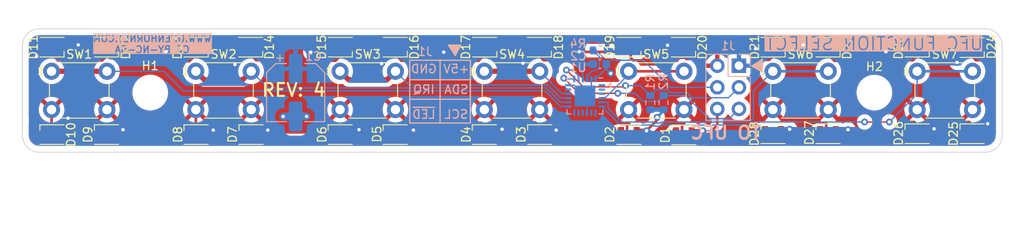
<source format=kicad_pcb>
(kicad_pcb (version 20221018) (generator pcbnew)
  (layers (0 "F.Cu" mixed) (31 "B.Cu" mixed) (34 "B.Paste" user) (35 "F.Paste" user) (36 "B.SilkS" user "B.Silkscreen") (37 "F.SilkS" user "F.Silkscreen") (38 "B.Mask" user) (39 "F.Mask" user) (44 "Edge.Cuts" user))
  (net 0 "")
  (net 1 "GND")
  (net 2 "+5V")
  (net 3 "SCL")
  (net 4 "SDA")
  (net 5 "/ILS_SW")
  (net 6 "/IFF_SW")
  (net 7 "/TCN_SW")
  (net 8 "/AP_SW")
  (net 9 "Net-(D1-DOUT)")
  (net 11 "/BCN_SW")
  (net 12 "/ON_SW")
  (net 13 "/DL_SW")
  (net 22 "BL DATA")
  (net 23 "Net-(D2-DOUT)")
  (net 24 "Net-(D3-DOUT)")
  (net 25 "Net-(D4-DOUT)")
  (net 26 "Net-(D5-DOUT)")
  (net 27 "Net-(D6-DOUT)")
  (net 28 "Net-(D7-DOUT)")
  (net 29 "/BL_DATA2")
  (net 30 "Net-(D10-DIN)")
  (net 31 "Net-(D10-DOUT)")
  (net 32 "Net-(D11-DOUT)")
  (net 33 "Net-(D12-DOUT)")
  (net 34 "Net-(D13-DOUT)")
  (net 35 "Net-(D14-DOUT)")
  (net 36 "Net-(D15-DOUT)")
  (net 37 "/BL_DATA3")
  (net 38 "Net-(D17-DOUT)")
  (net 39 "Net-(D18-DOUT)")
  (net 40 "Net-(D19-DOUT)")
  (net 41 "Net-(D20-DOUT)")
  (net 42 "Net-(D21-DOUT)")
  (net 43 "Net-(D22-DOUT)")
  (net 44 "Net-(D23-DOUT)")
  (net 45 "/BL_DATA4")
  (net 46 "Net-(D25-DOUT)")
  (net 47 "Net-(D26-DOUT)")
  (net 48 "Net-(D27-DOUT)")
  (net 50 "KB_IRQ")
  (footprint "OH_Footprints:MountingHole_3.2mm_M3_DIN965" (layer "F.Cu") (at 191.005498 90.721398)
    (fp_text reference "H2")
    (fp_text value "~" hide)
  )
  (footprint "OH_Footprints:MountingHole_3.2mm_M3_DIN965" (layer "F.Cu") (at 106.005498 90.721398)
    (fp_text reference "H1")
    (fp_text value "~" hide)
  )
  (footprint "OH_Footprints:LED_WS2812B-2020_PLCC4_2.0x2.0mm" (layer "F.Cu") (at 196.023098 85.387398 180)
    (fp_text reference "D23")
    (fp_text value "WS2812B-2020")
  )
  (footprint "OH_Footprints:LED_WS2812B-2020_PLCC4_2.0x2.0mm" (layer "F.Cu") (at 145.223098 95.648998)
    (fp_text reference "D4")
    (fp_text value "WS2812B-2020")
  )
  (footprint "OH_Footprints:LED_WS2812B-2020_PLCC4_2.0x2.0mm" (layer "F.Cu") (at 151.725498 95.648998)
    (fp_text reference "D3")
    (fp_text value "WS2812B-2020")
  )
  (footprint "OH_Footprints:LED_WS2812B-2020_PLCC4_2.0x2.0mm" (layer "F.Cu") (at 185.558298 95.547398)
    (fp_text reference "D27")
    (fp_text value "WS2812B-2020")
  )
  (footprint "OH_Footprints:LED_WS2812B-2020_PLCC4_2.0x2.0mm" (layer "F.Cu") (at 168.641298 95.690998)
    (fp_text reference "D1")
    (fp_text value "WS2812B-2020")
  )
  (footprint "OH_Footprints:LED_WS2812B-2020_PLCC4_2.0x2.0mm" (layer "F.Cu") (at 196.023098 95.547398)
    (fp_text reference "D26")
    (fp_text value "WS2812B-2020")
  )
  (footprint "OH_Footprints:LED_WS2812B-2020_PLCC4_2.0x2.0mm" (layer "F.Cu") (at 128.306698 85.387398 180)
    (fp_text reference "D15")
    (fp_text value "WS2812B-2020")
  )
  (footprint "OH_Footprints:Omron_B3F-1026" (layer "F.Cu") (at 196.022998 88.216998)
    (fp_text reference "SW7")
    (fp_text value "B3F-1026")
  )
  (footprint "OH_Footprints:LED_WS2812B-2020_PLCC4_2.0x2.0mm" (layer "F.Cu") (at 168.591098 85.387398 180)
    (fp_text reference "D20")
    (fp_text value "WS2812B-2020")
  )
  (footprint "OH_Footprints:LED_WS2812B-2020_PLCC4_2.0x2.0mm" (layer "F.Cu") (at 111.390298 85.387398 180)
    (fp_text reference "D13")
    (fp_text value "WS2812B-2020")
  )
  (footprint "OH_Footprints:Omron_B3F-1026" (layer "F.Cu") (at 145.222998 88.216998)
    (fp_text reference "SW4")
    (fp_text value "B3F-1026")
  )
  (footprint "OH_Footprints:Omron_B3F-1026" (layer "F.Cu") (at 128.2897 88.217)
    (fp_text reference "SW3")
    (fp_text value "B3F-1026")
  )
  (footprint "OH_Footprints:LED_WS2812B-2020_PLCC4_2.0x2.0mm" (layer "F.Cu") (at 94.473898 95.648998)
    (fp_text reference "D10")
    (fp_text value "WS2812B-2020")
  )
  (footprint "OH_Footprints:Omron_B3F-1026" (layer "F.Cu") (at 111.356331 88.216998)
    (fp_text reference "SW2")
    (fp_text value "B3F-1026")
  )
  (footprint "OH_Footprints:LED_WS2812B-2020_PLCC4_2.0x2.0mm" (layer "F.Cu") (at 202.474698 95.547398)
    (fp_text reference "D25")
    (fp_text value "WS2812B-2020")
  )
  (footprint "OH_Footprints:LED_WS2812B-2020_PLCC4_2.0x2.0mm" (layer "F.Cu") (at 117.841898 95.648998)
    (fp_text reference "D7")
    (fp_text value "WS2812B-2020")
  )
  (footprint "OH_Footprints:LED_WS2812B-2020_PLCC4_2.0x2.0mm" (layer "F.Cu") (at 162.190298 95.648998)
    (fp_text reference "D2")
    (fp_text value "WS2812B-2020")
  )
  (footprint "OH_Footprints:LED_WS2812B-2020_PLCC4_2.0x2.0mm" (layer "F.Cu") (at 202.474698 85.438198 180)
    (fp_text reference "D24")
    (fp_text value "WS2812B-2020")
  )
  (footprint "OH_Footprints:LED_WS2812B-2020_PLCC4_2.0x2.0mm" (layer "F.Cu") (at 128.306698 95.648998)
    (fp_text reference "D6")
    (fp_text value "WS2812B-2020")
  )
  (footprint "OH_Footprints:LED_WS2812B-2020_PLCC4_2.0x2.0mm" (layer "F.Cu") (at 134.758298 85.387398 180)
    (fp_text reference "D16")
    (fp_text value "WS2812B-2020")
  )
  (footprint "OH_Footprints:LED_WS2812B-2020_PLCC4_2.0x2.0mm" (layer "F.Cu") (at 162.190298 85.387398 180)
    (fp_text reference "D19")
    (fp_text value "WS2812B-2020")
  )
  (footprint "OH_Footprints:Omron_B3F-1026" (layer "F.Cu") (at 94.422998 88.216998)
    (fp_text reference "SW1")
    (fp_text value "B3F-1026")
  )
  (footprint "OH_Footprints:LED_WS2812B-2020_PLCC4_2.0x2.0mm" (layer "F.Cu") (at 94.473898 85.387398 180)
    (fp_text reference "D11")
    (fp_text value "WS2812B-2020")
  )
  (footprint "OH_Footprints:Omron_B3F-1026" (layer "F.Cu") (at 179.089665 88.216998)
    (fp_text reference "SW6")
    (fp_text value "B3F-1026")
  )
  (footprint "OH_Footprints:LED_WS2812B-2020_PLCC4_2.0x2.0mm" (layer "F.Cu") (at 134.758298 95.648998)
    (fp_text reference "D5")
    (fp_text value "WS2812B-2020")
  )
  (footprint "OH_Footprints:LED_WS2812B-2020_PLCC4_2.0x2.0mm" (layer "F.Cu") (at 179.106698 85.387398 180)
    (fp_text reference "D21")
    (fp_text value "WS2812B-2020")
  )
  (footprint "OH_Footprints:LED_WS2812B-2020_PLCC4_2.0x2.0mm" (layer "F.Cu") (at 100.874698 95.648998)
    (fp_text reference "D9")
    (fp_text value "WS2812B-2020")
  )
  (footprint "OH_Footprints:LED_WS2812B-2020_PLCC4_2.0x2.0mm" (layer "F.Cu") (at 111.390298 95.648998)
    (fp_text reference "D8")
    (fp_text value "WS2812B-2020")
  )
  (footprint "OH_Footprints:Omron_B3F-1026" (layer "F.Cu") (at 162.156331 88.216998)
    (fp_text reference "SW5")
    (fp_text value "B3F-1026")
  )
  (footprint "OH_Footprints:LED_WS2812B-2020_PLCC4_2.0x2.0mm" (layer "F.Cu") (at 117.791098 85.387398 180)
    (fp_text reference "D14")
    (fp_text value "WS2812B-2020")
  )
  (footprint "OH_Footprints:LED_WS2812B-2020_PLCC4_2.0x2.0mm" (layer "F.Cu") (at 185.558298 85.387398 180)
    (fp_text reference "D22")
    (fp_text value "WS2812B-2020")
  )
  (footprint "OH_Footprints:LED_WS2812B-2020_PLCC4_2.0x2.0mm" (layer "F.Cu") (at 100.874698 85.387398 180)
    (fp_text reference "D12")
    (fp_text value "WS2812B-2020")
  )
  (footprint "OH_Footprints:LED_WS2812B-2020_PLCC4_2.0x2.0mm" (layer "F.Cu") (at 179.106698 95.547398)
    (fp_text reference "D28")
    (fp_text value "WS2812B-2020")
  )
  (footprint "OH_Footprints:LED_WS2812B-2020_PLCC4_2.0x2.0mm" (layer "F.Cu") (at 145.273898 85.387398 180)
    (fp_text reference "D17")
    (fp_text value "WS2812B-2020")
  )
  (footprint "OH_Footprints:LED_WS2812B-2020_PLCC4_2.0x2.0mm" (layer "F.Cu") (at 151.674698 85.387398 180)
    (fp_text reference "D18")
    (fp_text value "WS2812B-2020")
  )
  (footprint "Connector_PinHeader_2.54mm:PinHeader_2x03_P2.54mm_Vertical" (layer "B.Cu") (at 175.105498 87.561398 180)
    (fp_text reference "J1")
    (fp_text value "TO UFC")
  )
  (footprint "Package_DFN_QFN:VQFN-24-1EP_4x4mm_P0.5mm_EP2.45x2.45mm" (layer "B.Cu") (at 157.030258 91.110638 180)
    (fp_text reference "U1")
    (fp_text value "PCA9555RGER")
  )
  (footprint "Capacitor_SMD:CP_Elec_6.3x5.4" (layer "B.Cu") (at 123.074298 90.721398 -90)
    (fp_text reference "C1")
    (fp_text value "100uF")
  )
  (footprint "Resistor_SMD:R_0603_1608Metric" (layer "B.Cu") (at 164.705498 91.896398 90)
    (fp_text reference "R1")
    (fp_text value "4.7k")
  )
  (footprint "Resistor_SMD:R_0603_1608Metric" (layer "B.Cu") (at 166.255498 91.896398 -90)
    (fp_text reference "R2")
    (fp_text value "4.7k")
  )
  (footprint "Capacitor_SMD:C_0603_1608Metric" (layer "B.Cu") (at 158.780498 87.371398 180)
    (fp_text reference "C2")
    (fp_text value ".1uF")
  )
  (footprint "Resistor_SMD:R_0603_1608Metric" (layer "B.Cu") (at 158.805498 85.771398)
    (fp_text reference "R4")
    (fp_text value "10K")
  )
  (gr_line (start 143.583498 91.498398) (end 143.583498 89.212398) (stroke (width 0.15)) (layer "B.SilkS"))
  (gr_poly (pts (xy 177.869187 88.318217) (xy 176.569187 87.618217) (xy 177.869187 86.768217)) (stroke (width 0.1)) (fill solid) (layer "B.SilkS"))
  (gr_line (start 140.027498 86.926398) (end 140.027498 94.292398) (stroke (width 0.15)) (layer "B.SilkS"))
  (gr_poly (pts (xy 159.805498 89.821398) (xy 160.105498 89.521398) (xy 160.105498 90.121398)) (stroke (width 0.1)) (fill solid) (layer "B.SilkS"))
  (gr_line (start 143.583498 89.212398) (end 136.471498 89.212398) (stroke (width 0.15)) (layer "B.SilkS"))
  (gr_line (start 136.471498 91.498398) (end 143.583498 91.498398) (stroke (width 0.15)) (layer "B.SilkS"))
  (gr_poly (pts (xy 142.505498 85.118398) (xy 141.805498 86.418398) (xy 140.955498 85.118398)) (stroke (width 0.1)) (fill solid) (layer "B.SilkS"))
  (gr_rect (start 136.471498 86.926398) (end 143.583498 94.292398) (stroke (width 0.15)) (fill none) (layer "B.SilkS"))
  (gr_line (start 91.005498 95.721398) (end 91.005498 85.221398) (stroke (width 0.1)) (layer "Edge.Cuts"))
  (gr_arc (start 91.005498 85.221398) (mid 91.591284 83.807184) (end 93.005498 83.221398) (stroke (width 0.1)) (layer "Edge.Cuts"))
  (gr_arc (start 206.005498 95.721398) (mid 205.419712 97.135612) (end 204.005498 97.721398) (stroke (width 0.1)) (layer "Edge.Cuts"))
  (gr_line (start 93.005498 83.221398) (end 204.005498 83.221398) (stroke (width 0.1)) (layer "Edge.Cuts"))
  (gr_line (start 204.005498 97.721398) (end 93.005498 97.721398) (stroke (width 0.1)) (layer "Edge.Cuts"))
  (gr_arc (start 93.005498 97.721398) (mid 91.591284 97.135612) (end 91.005498 95.721398) (stroke (width 0.1)) (layer "Edge.Cuts"))
  (gr_line (start 206.005498 85.221398) (end 206.005498 95.721398) (stroke (width 0.1)) (layer "Edge.Cuts"))
  (gr_arc (start 204.005498 83.221398) (mid 205.419712 83.807184) (end 206.005498 85.221398) (stroke (width 0.1)) (layer "Edge.Cuts"))
  (gr_text "WWW.OPENHORNET.COM\nCC BY-NC-SA" (at 106.245498 85.021398) (layer "B.SilkS" knockout) (effects (font (size 0.8 0.8)) (justify mirror)))
  (gr_text "SCL" (at 141.932498 93.272398) (layer "B.SilkS") (effects (font (size 1 1)) (justify mirror)))
  (gr_text "~{LED}" (at 138.122498 93.272398) (layer "B.SilkS") (effects (font (size 1 1)) (justify mirror)))
  (gr_text "J1" (at 138.249498 85.910398) (layer "B.SilkS") (effects (font (size 1 1)) (justify mirror)))
  (gr_text "+5V" (at 141.932498 87.942398) (layer "B.SilkS") (effects (font (size 1 1)) (justify mirror)))
  (gr_text "GND" (at 138.122498 87.942398) (layer "B.SilkS") (effects (font (size 1 1)) (justify mirror)))
  (gr_text "UFC FUNCTION SELECT" (at 190.992164 84.975398) (layer "B.SilkS" knockout) (effects (font (size 1.5 1.5)) (justify mirror)))
  (gr_text "SDA" (at 141.932498 90.362398) (layer "B.SilkS") (effects (font (size 1 1)) (justify mirror)))
  (gr_text "IRQ" (at 138.122498 90.362398) (layer "B.SilkS") (effects (font (size 1 1)) (justify mirror)))
  (gr_text "REV: 4" (at 122.855498 90.421398) (layer "F.SilkS") (effects (font (size 1.5 1.5) (thickness 0.25) bold)))
  (segment (start 185.770898 84.884998) (end 185.770898 86.436798) (width 0.3048) (layer "F.Cu") (net 1))
  (segment (start 195.810498 95.699798) (end 195.810498 94.294998) (width 0.3048) (layer "F.Cu") (net 1))
  (segment (start 202.687298 84.935798) (end 202.687298 86.690598) (width 0.3048) (layer "F.Cu") (net 1))
  (segment (start 145.061298 85.660198) (end 145.061298 86.465598) (width 0.3048) (layer "F.Cu") (net 1))
  (segment (start 168.155498 86.621398) (end 167.805498 86.971398) (width 0.3048) (layer "F.Cu") (net 1))
  (segment (start 168.428698 94.438598) (end 168.311498 94.321398) (width 0.3048) (layer "F.Cu") (net 1))
  (segment (start 94.213698 96.198998) (end 94.422998 95.989698) (width 0.3048) (layer "F.Cu") (net 1))
  (segment (start 185.298098 96.097398) (end 185.345698 96.049798) (width 0.3048) (layer "F.Cu") (net 1))
  (segment (start 178.662498 86.871398) (end 177.055498 86.871398) (width 0.3048) (layer "F.Cu") (net 1))
  (segment (start 169.506098 84.837398) (end 168.851298 84.837398) (width 0.3048) (layer "F.Cu") (net 1))
  (segment (start 167.726298 96.240998) (end 168.381098 96.240998) (width 0.3048) (layer "F.Cu") (net 1))
  (segment (start 151.887298 84.884998) (end 151.887298 86.621398) (width 0.3048) (layer "F.Cu") (net 1))
  (segment (start 184.643298 96.097398) (end 185.298098 96.097398) (width 0.3048) (layer "F.Cu") (net 1))
  (segment (start 162.402898 86.639798) (end 162.684498 86.921398) (width 0.3048) (layer "F.Cu") (net 1))
  (segment (start 150.810498 96.198998) (end 151.465298 96.198998) (width 0.3048) (layer "F.Cu") (net 1))
  (segment (start 168.803698 86.621398) (end 168.155498 86.621398) (width 0.3048) (layer "F.Cu") (net 1))
  (segment (start 167.805498 86.971398) (end 166.705498 86.971398) (width 0.3048) (layer "F.Cu") (net 1))
  (segment (start 95.185098 86.936798) (end 100.365098 86.936798) (width 0.3048) (layer "F.Cu") (net 1))
  (segment (start 144.555498 86.971398) (end 143.205498 86.971398) (width 0.3048) (layer "F.Cu") (net 1))
  (segment (start 163.105298 84.837398) (end 162.450498 84.837398) (width 0.3048) (layer "F.Cu") (net 1))
  (segment (start 117.629298 95.801398) (end 117.629298 94.396598) (width 0.3048) (layer "F.Cu") (net 1))
  (segment (start 151.205498 94.221398) (end 149.755498 94.221398) (width 0.3048) (layer "F.Cu") (net 1))
  (segment (start 145.884098 84.837398) (end 145.061298 85.660198) (width 0.3048) (layer "F.Cu") (net 1))
  (segment (start 162.684498 86.921398) (end 163.655498 86.921398) (width 0.3048) (layer "F.Cu") (net 1))
  (segment (start 177.055498 86.871398) (end 176.055498 85.871398) (width 0.3048) (layer "F.Cu") (net 1))
  (segment (start 99.959698 96.198998) (end 100.614498 96.198998) (width 0.3048) (layer "F.Cu") (net 1))
  (segment (start 202.214498 96.097398) (end 202.262098 96.049798) (width 0.3048) (layer "F.Cu") (net 1))
  (segment (start 100.662098 94.396598) (end 99.130298 94.396598) (width 0.3048) (layer "F.Cu") (net 1))
  (segment (start 111.130098 96.198998) (end 111.356331 95.972765) (width 0.3048) (layer "F.Cu") (net 1))
  (segment (start 116.926898 96.198998) (end 117.231698 96.198998) (width 0.3048) (layer "F.Cu") (net 1))
  (segment (start 115.905498 94.371398) (end 115.805498 94.471398) (width 0.3048) (layer "F.Cu") (net 1))
  (segment (start 118.455498 86.921398) (end 119.705498 86.921398) (width 0.3048) (layer "F.Cu") (net 1))
  (segment (start 117.629298 94.396598) (end 117.604098 94.371398) (width 0.3048) (layer "F.Cu") (net 1))
  (segment (start 146.188898 84.837398) (end 145.884098 84.837398) (width 0.3048) (layer "F.Cu") (net 1))
  (segment (start 129.221698 84.837398) (end 128.566898 84.837398) (width 0.3048) (layer "F.Cu") (net 1))
  (segment (start 202.262098 96.049798) (end 202.262098 94.294998) (width 0.3048) (layer "F.Cu") (net 1))
  (segment (start 151.887298 86.621398) (end 152.187298 86.921398) (width 0.3048) (layer "F.Cu") (net 1))
  (segment (start 185.345698 96.049798) (end 185.345698 94.294998) (width 0.3048) (layer "F.Cu") (net 1))
  (segment (start 94.422998 95.989698) (end 94.422998 92.716998) (width 0.3048) (layer "F.Cu") (net 1))
  (segment (start 110.475298 96.198998) (end 111.130098 96.198998) (width 0.3048) (layer "F.Cu") (net 1))
  (segment (start 101.789698 84.837398) (end 101.484898 84.837398) (width 0.3048) (layer "F.Cu") (net 1))
  (segment (start 135.673298 84.837398) (end 135.018498 84.837398) (width 0.3048) (layer "F.Cu") (net 1))
  (segment (start 195.528898 86.921398) (end 194.405498 86.921398) (width 0.3048) (layer "F.Cu") (net 1))
  (segment (start 128.094098 85.310198) (end 128.094098 86.639798) (width 0.3048) (layer "F.Cu") (net 1))
  (segment (start 144.612898 96.198998) (end 145.055498 95.756398) (width 0.3048) (layer "F.Cu") (net 1))
  (segment (start 134.970898 84.884998) (end 134.970898 86.436798) (width 0.3048) (layer "F.Cu") (net 1))
  (segment (start 118.051298 84.837398) (end 118.003698 84.884998) (width 0.3048) (layer "F.Cu") (net 1))
  (segment (start 186.473298 84.837398) (end 185.818498 84.837398) (width 0.3048) (layer "F.Cu") (net 1))
  (segment (start 202.262098 94.294998) (end 202.138498 94.171398) (width 0.3048) (layer "F.Cu") (net 1))
  (segment (start 168.935298 86.771398) (end 170.505498 86.771398) (width 0.3048) (layer "F.Cu") (net 1))
  (segment (start 100.614498 96.198998) (end 100.662098 96.151398) (width 0.3048) (layer "F.Cu") (net 1))
  (segment (start 195.412898 96.097398) (end 195.810498 95.699798) (width 0.3048) (layer "F.Cu") (net 1))
  (segment (start 185.322098 94.271398) (end 183.455498 94.271398) (width 0.3048) (layer "F.Cu") (net 1))
  (segment (start 145.055498 95.756398) (end 145.055498 94.441598) (width 0.3048) (layer "F.Cu") (net 1))
  (segment (start 195.686898 94.171398) (end 194.055498 94.171398) (width 0.3048) (layer "F.Cu") (net 1))
  (segment (start 118.003698 84.884998) (end 118.003698 86.469598) (width 0.3048) (layer "F.Cu") (net 1))
  (segment (start 134.520498 94.371398) (end 132.655498 94.371398) (width 0.3048) (layer "F.Cu") (net 1))
  (segment (start 101.087298 85.234998) (end 101.087298 86.438198) (width 0.3048) (layer "F.Cu") (net 1))
  (segment (start 127.391698 96.198998) (end 128.046498 96.198998) (width 0.3048) (layer "F.Cu") (net 1))
  (segment (start 151.934898 84.837398) (end 151.887298 84.884998) (width 0.3048) (layer "F.Cu") (net 1))
  (segment (start 145.055498 94.441598) (end 144.885298 94.271398) (width 0.3048) (layer "F.Cu") (net 1))
  (segment (start 168.428698 96.193398) (end 168.428698 94.438598) (width 0.3048) (layer "F.Cu") (net 1))
  (segment (start 111.177698 86.449198) (end 110.605498 87.021398) (width 0.3048) (layer "F.Cu") (net 1))
  (segment (start 162.450498 84.837398) (end 162.402898 84.884998) (width 0.3048) (layer "F.Cu") (net 1))
  (segment (start 94.346898 86.098598) (end 95.185098 86.936798) (width 0.3048) (layer "F.Cu") (net 1))
  (segment (start 162.402898 84.884998) (end 162.402898 86.639798) (width 0.3048) (layer "F.Cu") (net 1))
  (segment (start 195.810498 86.639798) (end 195.528898 86.921398) (width 0.3048) (layer "F.Cu") (net 1))
  (segment (start 176.055498 85.871398) (end 174.705498 85.871398) (width 0.3048) (layer "F.Cu") (net 1))
  (segment (start 201.605498 94.171398) (end 201.305498 93.871398) (width 0.3048) (layer "F.Cu") (net 1))
  (segment (start 135.018498 84.837398) (end 134.970898 84.884998) (width 0.3048) (layer "F.Cu") (net 1))
  (segment (start 128.566898 84.837398) (end 128.094098 85.310198) (width 0.3048) (layer "F.Cu") (net 1))
  (segment (start 100.863698 86.438198) (end 101.087298 86.438198) (width 0.3048) (layer "F.Cu") (net 1))
  (segment (start 168.311498 94.321398) (end 167.141098 94.321398) (width 0.3048) (layer "F.Cu") (net 1))
  (segment (start 118.003698 86.469598) (end 118.455498 86.921398) (width 0.3048) (layer "F.Cu") (net 1))
  (segment (start 134.545698 95.801398) (end 134.545698 94.396598) (width 0.3048) (layer "F.Cu") (net 1))
  (segment (start 100.662098 96.151398) (end 100.662098 94.396598) (width 0.3048) (layer "F.Cu") (net 1))
  (segment (start 134.545698 94.396598) (end 134.520498 94.371398) (width 0.3048) (layer "F.Cu") (net 1))
  (segment (start 202.687298 86.690598) (end 202.918098 86.921398) (width 0.3048) (layer "F.Cu") (net 1))
  (segment (start 133.843298 96.198998) (end 134.148098 96.198998) (width 0.3048) (layer "F.Cu") (net 1))
  (segment (start 145.061298 86.465598) (end 144.555498 86.971398) (width 0.3048) (layer "F.Cu") (net 1))
  (segment (start 101.484898 84.837398) (end 101.087298 85.234998) (width 0.3048) (layer "F.Cu") (net 1))
  (segment (start 134.148098 96.198998) (end 134.545698 95.801398) (width 0.3048) (layer "F.Cu") (net 1))
  (segment (start 112.305298 84.837398) (end 111.650498 84.837398) (width 0.3048) (layer "F.Cu") (net 1))
  (segment (start 94.346898 85.224598) (end 94.346898 86.098598) (width 0.3048) (layer "F.Cu") (net 1))
  (segment (start 168.381098 96.240998) (end 168.428698 96.193398) (width 0.3048) (layer "F.Cu") (net 1))
  (segment (start 111.356331 95.972765) (end 111.356331 92.716998) (width 0.3048) (layer "F.Cu") (net 1))
  (segment (start 111.650498 84.837398) (end 111.177698 85.310198) (width 0.3048) (layer "F.Cu") (net 1))
  (segment (start 195.810498 85.310198) (end 195.810498 86.639798) (width 0.3048) (layer "F.Cu") (net 1))
  (segment (start 151.512898 94.528798) (end 151.205498 94.221398) (width 0.3048) (layer "F.Cu") (net 1))
  (segment (start 201.559698 96.097398) (end 202.214498 96.097398) (width 0.3048) (layer "F.Cu") (net 1))
  (segment (start 128.094098 94.396598) (end 128.068898 94.371398) (width 0.3048) (layer "F.Cu") (net 1))
  (segment (start 94.734098 84.837398) (end 94.346898 85.224598) (width 0.3048) (layer "F.Cu") (net 1))
  (segment (start 161.275298 96.198998) (end 161.930098 96.198998) (width 0.3048) (layer "F.Cu") (net 1))
  (segment (start 161.977698 94.396598) (end 161.952498 94.371398) (width 0.3048) (layer "F.Cu") (net 1))
  (segment (start 117.604098 94.371398) (end 115.905498 94.371398) (width 0.3048) (layer "F.Cu") (net 1))
  (segment (start 202.138498 94.171398) (end 201.605498 94.171398) (width 0.3048) (layer "F.Cu") (net 1))
  (segment (start 128.046498 96.198998) (end 128.094098 96.151398) (width 0.3048) (layer "F.Cu") (net 1))
  (segment (start 202.734898 84.888198) (end 202.687298 84.935798) (width 0.3048) (layer "F.Cu") (net 1))
  (segment (start 178.894098 85.660198) (end 178.894098 86.639798) (width 0.3048) (layer "F.Cu") (net 1))
  (segment (start 101.087298 86.438198) (end 101.331898 86.682798) (width 0.3048) (layer "F.Cu") (net 1))
  (segment (start 127.762498 86.971398) (end 126.655498 86.971398) (width 0.3048) (layer "F.Cu") (net 1))
  (segment (start 168.851298 84.837398) (end 168.803698 84.884998) (width 0.3048) (layer "F.Cu") (net 1))
  (segment (start 99.130298 94.396598) (end 98.955498 94.571398) (width 0.3048) (layer "F.Cu") (net 1))
  (segment (start 178.894098 86.639798) (end 178.662498 86.871398) (width 0.3048) (layer "F.Cu") (net 1))
  (segment (start 196.938098 84.837398) (end 196.283298 84.837398) (width 0.3048) (layer "F.Cu") (net 1))
  (segment (start 195.810498 94.294998) (end 195.686898 94.171398) (width 0.3048) (layer "F.Cu") (net 1))
  (segment (start 118.706098 84.837398) (end 118.051298 84.837398) (width 0.3048) (layer "F.Cu") (net 1))
  (segment (start 168.803698 84.884998) (end 168.803698 86.621398) (width 0.3048) (layer "F.Cu") (net 1))
  (segment (start 128.094098 96.151398) (end 128.094098 94.396598) (width 0.3048) (layer "F.Cu") (net 1))
  (segment (start 144.885298 94.271398) (end 142.805498 94.271398) (width 0.3048) (layer "F.Cu") (net 1))
  (segment (start 168.803698 86.639798) (end 168.935298 86.771398) (width 0.3048) (layer "F.Cu") (net 1))
  (segment (start 161.977698 96.151398) (end 161.977698 94.396598) (width 0.3048) (layer "F.Cu") (net 1))
  (segment (start 110.605498 87.021398) (end 109.605498 87.021398) (width 0.3048) (layer "F.Cu") (net 1))
  (segment (start 167.141098 94.321398) (end 167.041098 94.421398) (width 0.3048) (layer "F.Cu") (net 1))
  (segment (start 179.716898 84.837398) (end 178.894098 85.660198) (width 0.3048) (layer "F.Cu") (net 1))
  (segment (start 100.365098 86.936798) (end 100.863698 86.438198) (width 0.3048) (layer "F.Cu") (net 1))
  (segment (start 185.818498 84.837398) (end 185.770898 84.884998) (width 0.3048) (layer "F.Cu") (net 1))
  (segment (start 151.512898 96.151398) (end 151.512898 94.528798) (width 0.3048) (layer "F.Cu") (net 1))
  (segment (start 128.094098 86.639798) (end 127.762498 86.971398) (width 0.3048) (layer "F.Cu") (net 1))
  (segment (start 161.952498 94.371398) (end 160.205498 94.371398) (width 0.3048) (layer "F.Cu") (net 1))
  (segment (start 144.308098 96.198998) (end 144.612898 96.198998) (width 0.3048) (layer "F.Cu") (net 1))
  (segment (start 196.283298 84.837398) (end 195.810498 85.310198) (width 0.3048) (layer "F.Cu") (net 1))
  (segment (start 202.918098 86.921398) (end 204.105498 86.921398) (width 0.3048) (layer "F.Cu") (net 1))
  (segment (start 93.558898 96.198998) (end 94.213698 96.198998) (width 0.3048) (layer "F.Cu") (net 1))
  (segment (start 128.068898 94.371398) (end 126.255498 94.371398) (width 0.3048) (layer "F.Cu") (net 1))
  (segment (start 204.105498 86.921398) (end 204.255498 87.071398) (width 0.3048) (layer "F.Cu") (net 1))
  (segment (start 195.108098 96.097398) (end 195.412898 96.097398) (width 0.3048) (layer "F.Cu") (net 1))
  (segment (start 111.177698 85.310198) (end 111.177698 86.449198) (width 0.3048) (layer "F.Cu") (net 1))
  (segment (start 117.231698 96.198998) (end 117.629298 95.801398) (width 0.3048) (layer "F.Cu") (net 1))
  (segment (start 161.930098 96.198998) (end 161.977698 96.151398) (width 0.3048) (layer "F.Cu") (net 1))
  (segment (start 135.505498 86.971398) (end 136.705498 86.971398) (width 0.3048) (layer "F.Cu") (net 1))
  (segment (start 185.770898 86.436798) (end 186.305498 86.971398) (width 0.3048) (layer "F.Cu") (net 1))
  (segment (start 151.465298 96.198998) (end 151.512898 96.151398) (width 0.3048) (layer "F.Cu") (net 1))
  (segment (start 134.970898 86.436798) (end 135.505498 86.971398) (width 0.3048) (layer "F.Cu") (net 1))
  (segment (start 95.388898 84.837398) (end 94.734098 84.837398) (width 0.3048) (layer "F.Cu") (net 1))
  (segment (start 168.803698 86.621398) (end 168.803698 86.639798) (width 0.3048) (layer "F.Cu") (net 1))
  (segment (start 185.345698 94.294998) (end 185.322098 94.271398) (width 0.3048) (layer "F.Cu") (net 1))
  (segment (start 152.187298 86.921398) (end 153.455498 86.921398) (width 0.3048) (layer "F.Cu") (net 1))
  (segment (start 152.589698 84.837398) (end 151.934898 84.837398) (width 0.3048) (layer "F.Cu") (net 1))
  (segment (start 180.021698 84.837398) (end 179.716898 84.837398) (width 0.3048) (layer "F.Cu") (net 1))
  (segment (start 101.331898 86.682798) (end 103.363898 86.682798) (width 0.3048) (layer "F.Cu") (net 1))
  (segment (start 186.305498 86.971398) (end 187.055498 86.971398) (width 0.3048) (layer "F.Cu") (net 1))
  (segment (start 203.389698 84.888198) (end 202.734898 84.888198) (width 0.3048) (layer "F.Cu") (net 1))
  (via (at 124.355498 93.521398) (size 0.8) (drill 0.4) (layers "F.Cu" "B.Cu") (net 1))
  (via (at 121.605498 93.521398) (size 0.8) (drill 0.4) (layers "F.Cu" "B.Cu") (net 1))
  (via (at 160.055498 88.471398) (size 0.8) (drill 0.4) (layers "F.Cu" "B.Cu") (net 1))
  (segment (start 157.280258 93.098138) (end 157.280258 91.360638) (width 0.1524) (layer "B.Cu") (net 1))
  (segment (start 159.555498 87.847898) (end 159.555498 87.371398) (width 0.1524) (layer "B.Cu") (net 1))
  (segment (start 158.280258 89.123138) (end 157.780258 89.123138) (width 0.1524) (layer "B.Cu") (net 1))
  (segment (start 157.780258 89.123138) (end 157.780258 90.360638) (width 0.1524) (layer "B.Cu") (net 1))
  (segment (start 123.074298 93.521398) (end 121.605498 93.521398) (width 0.9144) (layer "B.Cu") (net 1))
  (segment (start 158.280258 89.123138) (end 159.555498 87.847898) (width 0.1524) (layer "B.Cu") (net 1))
  (segment (start 155.042758 89.860638) (end 155.780258 89.860638) (width 0.1524) (layer "B.Cu") (net 1))
  (segment (start 157.780258 90.360638) (end 157.030258 91.110638) (width 0.1524) (layer "B.Cu") (net 1))
  (segment (start 159.555498 87.371398) (end 159.555498 87.971398) (width 0.1524) (layer "B.Cu") (net 1))
  (segment (start 157.280258 91.360638) (end 157.030258 91.110638) (width 0.1524) (layer "B.Cu") (net 1))
  (segment (start 155.780258 89.860638) (end 157.030258 91.110638) (width 0.1524) (layer "B.Cu") (net 1))
  (segment (start 159.555498 87.971398) (end 160.055498 88.471398) (width 0.1524) (layer "B.Cu") (net 1))
  (segment (start 123.074298 93.521398) (end 124.355498 93.521398) (width 0.9144) (layer "B.Cu") (net 1))
  (segment (start 102.777898 95.098998) (end 102.805498 95.071398) (width 0.3048) (layer "F.Cu") (net 2))
  (segment (start 170.795135 95.140998) (end 170.853136 95.198999) (width 0.3048) (layer "F.Cu") (net 2))
  (segment (start 195.108098 85.937398) (end 192.371498 85.937398) (width 0.3048) (layer "F.Cu") (net 2))
  (segment (start 133.843298 85.937398) (end 133.843298 86.633598) (width 0.3048) (layer "F.Cu") (net 2))
  (segment (start 101.789698 95.098998) (end 102.777898 95.098998) (width 0.3048) (layer "F.Cu") (net 2))
  (segment (start 152.640498 95.098998) (end 153.633098 95.098998) (width 0.3048) (layer "F.Cu") (net 2))
  (segment (start 150.759698 85.937398) (end 150.759698 86.267198) (width 0.3048) (layer "F.Cu") (net 2))
  (segment (start 130.477898 95.098998) (end 130.505498 95.071398) (width 0.3048) (layer "F.Cu") (net 2))
  (segment (start 165.505498 93.621398) (end 165.505498 93.949846) (width 0.3048) (layer "F.Cu") (net 2))
  (segment (start 127.391698 85.937398) (end 124.889498 85.937398) (width 0.3048) (layer "F.Cu") (net 2))
  (segment (start 183.471498 85.937398) (end 182.655498 85.121398) (width 0.3048) (layer "F.Cu") (net 2))
  (segment (start 129.221698 95.098998) (end 130.477898 95.098998) (width 0.3048) (layer "F.Cu") (net 2))
  (segment (start 150.759698 86.267198) (end 149.755498 87.271398) (width 0.3048) (layer "F.Cu") (net 2))
  (segment (start 99.959698 85.937398) (end 98.371498 85.937398) (width 0.3048) (layer "F.Cu") (net 2))
  (segment (start 107.871498 85.937398) (end 107.855498 85.921398) (width 0.3048) (layer "F.Cu") (net 2))
  (segment (start 153.633098 95.098998) (end 153.655498 95.121398) (width 0.3048) (layer "F.Cu") (net 2))
  (segment (start 178.191698 85.937398) (end 177.421498 85.937398) (width 0.3048) (layer "F.Cu") (net 2))
  (segment (start 196.938098 94.997398) (end 197.979498 94.997398) (width 0.3048) (layer "F.Cu") (net 2))
  (segment (start 136.883098 95.098998) (end 136.905498 95.121398) (width 0.3048) (layer "F.Cu") (net 2))
  (segment (start 140.489498 85.937398) (end 140.455498 85.971398) (width 0.3048) (layer "F.Cu") (net 2))
  (segment (start 165.505498 93.949846) (end 164.256345 95.198999) (width 0.3048) (layer "F.Cu") (net 2))
  (segment (start 186.473298 94.997398) (end 187.831498 94.997398) (width 0.3048) (layer "F.Cu") (net 2))
  (segment (start 167.676098 85.937398) (end 167.492596 85.937398) (width 0.3048) (layer "F.Cu") (net 2))
  (segment (start 177.421498 85.937398) (end 177.055498 85.571398) (width 0.3048) (layer "F.Cu") (net 2))
  (segment (start 169.556298 95.140998) (end 170.795135 95.140998) (width 0.3048) (layer "F.Cu") (net 2))
  (segment (start 116.876098 85.937398) (end 116.876098 86.500798) (width 0.3048) (layer "F.Cu") (net 2))
  (segment (start 95.388898 95.098998) (end 95.388898 94.687998) (width 0.3048) (layer "F.Cu") (net 2))
  (segment (start 146.138098 95.098998) (end 147.227898 95.098998) (width 0.3048) (layer "F.Cu") (net 2))
  (segment (start 156.371498 85.937398) (end 156.355498 85.921398) (width 0.3048) (layer "F.Cu") (net 2))
  (segment (start 164.156344 95.098998) (end 164.256345 95.198999) (width 0.3048) (layer "F.Cu") (net 2))
  (segment (start 201.559698 85.988198) (end 201.559698 86.317198) (width 0.3048) (layer "F.Cu") (net 2))
  (segment (start 187.831498 94.997398) (end 187.905498 95.071398) (width 0.3048) (layer "F.Cu") (net 2))
  (segment (start 124.889498 85.937398) (end 124.855498 85.971398) (width 0.3048) (layer "F.Cu") (net 2))
  (segment (start 161.275298 85.937398) (end 156.371498 85.937398) (width 0.3048) (layer "F.Cu") (net 2))
  (segment (start 110.475298 85.937398) (end 107.871498 85.937398) (width 0.3048) (layer "F.Cu") (net 2))
  (segment (start 93.558898 85.937398) (end 93.161898 85.937398) (width 0.3048) (layer "F.Cu") (net 2))
  (segment (start 197.979498 94.997398) (end 198.005498 94.971398) (width 0.3048) (layer "F.Cu") (net 2))
  (segment (start 163.105298 95.098998) (end 164.156344 95.098998) (width 0.3048) (layer "F.Cu") (net 2))
  (segment (start 181.031498 94.997398) (end 181.055498 95.021398) (width 0.3048) (layer "F.Cu") (net 2))
  (segment (start 135.673298 95.098998) (end 136.883098 95.098998) (width 0.3048) (layer "F.Cu") (net 2))
  (segment (start 144.358898 85.937398) (end 140.489498 85.937398) (width 0.3048) (layer "F.Cu") (net 2))
  (segment (start 192.371498 85.937398) (end 192.355498 85.921398) (width 0.3048) (layer "F.Cu") (net 2))
  (segment (start 95.388898 94.687998) (end 96.355498 93.721398) (width 0.3048) (layer "F.Cu") (net 2))
  (segment (start 118.756898 95.098998) (end 119.783098 95.098998) (width 0.3048) (layer "F.Cu") (net 2))
  (segment (start 116.876098 86.500798) (end 115.955498 87.421398) (width 0.3048) (layer "F.Cu") (net 2))
  (segment (start 184.643298 85.937398) (end 183.471498 85.937398) (width 0.3048) (layer "F.Cu") (net 2))
  (segment (start 147.227898 95.098998) (end 147.305498 95.021398) (width 0.3048) (layer "F.Cu") (net 2))
  (segment (start 201.559698 86.317198) (end 200.705498 87.171398) (width 0.3048) (layer "F.Cu") (net 2))
  (segment (start 112.305298 95.098998) (end 113.383098 95.098998) (width 0.3048) (layer "F.Cu") (net 2))
  (segment (start 203.679498 94.997398) (end 204.305498 94.371398) (width 0.3048) (layer "F.Cu") (net 2))
  (segment (start 167.492596 85.937398) (end 166.726596 85.171398) (width 0.3048) (layer "F.Cu") (net 2))
  (segment (start 119.783098 95.098998) (end 119.805498 95.121398) (width 0.3048) (layer "F.Cu") (net 2))
  (segment (start 98.371498 85.937398) (end 97.555498 85.121398) (width 0.3048) (layer "F.Cu") (net 2))
  (segment (start 203.389698 94.997398) (end 203.679498 94.997398) (width 0.3048) (layer "F.Cu") (net 2))
  (segment (start 133.843298 86.633598) (end 133.155498 87.321398) (width 0.3048) (layer "F.Cu") (net 2))
  (segment (start 93.161898 85.937398) (end 92.670498 86.428798) (width 0.3048) (layer "F.Cu") (net 2))
  (segment (start 113.383098 95.098998) (end 113.405498 95.121398) (width 0.3048) (layer "F.Cu") (net 2))
  (segment (start 180.021698 94.997398) (end 181.031498 94.997398) (width 0.3048) (layer "F.Cu") (net 2))
  (via (at 115.955498 87.421398) (size 0.8) (drill 0.4) (layers "F.Cu" "B.Cu") (net 2))
  (via (at 113.405498 95.121398) (size 0.8) (drill 0.4) (layers "F.Cu" "B.Cu") (net 2))
  (via (at 156.355498 85.921398) (size 0.8) (drill 0.4) (layers "F.Cu" "B.Cu") (net 2))
  (via (at 96.355498 93.721398) (size 0.8) (drill 0.4) (layers "F.Cu" "B.Cu") (net 2))
  (via (at 153.655498 95.121398) (size 0.8) (drill 0.4) (layers "F.Cu" "B.Cu") (net 2))
  (via (at 204.305498 94.371398) (size 0.8) (drill 0.4) (layers "F.Cu" "B.Cu") (net 2))
  (via (at 166.726596 85.171398) (size 0.8) (drill 0.4) (layers "F.Cu" "B.Cu") (net 2))
  (via (at 170.853136 95.198999) (size 0.8) (drill 0.4) (layers "F.Cu" "B.Cu") (net 2))
  (via (at 107.855498 85.921398) (size 0.8) (drill 0.4) (layers "F.Cu" "B.Cu") (net 2))
  (via (at 133.155498 87.321398) (size 0.8) (drill 0.4) (layers "F.Cu" "B.Cu") (net 2))
  (via (at 181.055498 95.021398) (size 0.8) (drill 0.4) (layers "F.Cu" "B.Cu") (net 2))
  (via (at 140.455498 85.971398) (size 0.8) (drill 0.4) (layers "F.Cu" "B.Cu") (net 2))
  (via (at 136.905498 95.121398) (size 0.8) (drill 0.4) (layers "F.Cu" "B.Cu") (net 2))
  (via (at 177.055498 85.571398) (size 0.8) (drill 0.4) (layers "F.Cu" "B.Cu") (net 2))
  (via (at 182.655498 85.121398) (size 0.8) (drill 0.4) (layers "F.Cu" "B.Cu") (net 2))
  (via (at 149.755498 87.271398) (size 0.8) (drill 0.4) (layers "F.Cu" "B.Cu") (net 2))
  (via (at 124.855498 85.971398) (size 0.8) (drill 0.4) (layers "F.Cu" "B.Cu") (net 2))
  (via (at 92.670498 86.428798) (size 0.8) (drill 0.4) (layers "F.Cu" "B.Cu") (net 2))
  (via (at 130.505498 95.071398) (size 0.8) (drill 0.4) (layers "F.Cu" "B.Cu") (net 2))
  (via (at 147.305498 95.021398) (size 0.8) (drill 0.4) (layers "F.Cu" "B.Cu") (net 2))
  (via (at 102.805498 95.071398) (size 0.8) (drill 0.4) (layers "F.Cu" "B.Cu") (net 2))
  (via (at 200.705498 87.171398) (size 0.8) (drill 0.4) (layers "F.Cu" "B.Cu") (net 2))
  (via (at 97.555498 85.121398) (size 0.8) (drill 0.4) (layers "F.Cu" "B.Cu") (net 2))
  (via (at 165.505498 93.621398) (size 0.8) (drill 0.4) (layers "F.Cu" "B.Cu") (net 2))
  (via (at 198.005498 94.971398) (size 0.8) (drill 0.4) (layers "F.Cu" "B.Cu") (net 2))
  (via (at 187.905498 95.071398) (size 0.8) (drill 0.4) (layers "F.Cu" "B.Cu") (net 2))
  (via (at 192.355498 85.921398) (size 0.8) (drill 0.4) (layers "F.Cu" "B.Cu") (net 2))
  (via (at 119.805498 95.121398) (size 0.8) (drill 0.4) (layers "F.Cu" "B.Cu") (net 2))
  (via (at 164.256345 95.198999) (size 0.8) (drill 0.4) (layers "F.Cu" "B.Cu") (net 2))
  (segment (start 166.255498 92.871398) (end 165.505498 93.621398) (width 0.3048) (layer "B.Cu") (net 2))
  (segment (start 156.780258 87.946158) (end 156.705498 87.871398) (width 0.1524) (layer "B.Cu") (net 2))
  (segment (start 156.780258 89.123138) (end 156.780258 87.946158) (width 0.1524) (layer "B.Cu") (net 2))
  (segment (start 166.255498 92.721398) (end 166.255498 92.871398) (width 0.3048) (layer "B.Cu") (net 2))
  (segment (start 156.331921 90.805676) (end 154.548989 89.022744) (width 0.1524) (layer "F.Cu") (net 3))
  (segment (start 160.8948 90.805676) (end 156.331921 90.805676) (width 0.1524) (layer "F.Cu") (net 3))
  (via (at 154.548989 89.022744) (size 0.8) (drill 0.4) (layers "F.Cu" "B.Cu") (net 3))
  (via (at 160.8948 90.805676) (size 0.8) (drill 0.4) (layers "F.Cu" "B.Cu") (net 3))
  (segment (start 165.555498 91.771398) (end 163.905498 91.771398) (width 0.1524) (layer "B.Cu") (net 3))
  (segment (start 168.859735 91.073299) (end 166.257399 91.073299) (width 0.1524) (layer "B.Cu") (net 3))
  (segment (start 154.649383 89.123138) (end 154.548989 89.022744) (width 0.1524) (layer "B.Cu") (net 3))
  (segment (start 173.979298 93.767598) (end 171.554034 93.767598) (width 0.1524) (layer "B.Cu") (net 3))
  (segment (start 163.905498 91.771398) (end 162.939776 90.805676) (width 0.1524) (layer "B.Cu") (net 3))
  (segment (start 171.554034 93.767598) (end 168.859735 91.073299) (width 0.1524) (layer "B.Cu") (net 3))
  (segment (start 155.780258 89.123138) (end 154.649383 89.123138) (width 0.1524) (layer "B.Cu") (net 3))
  (segment (start 166.255498 91.071398) (end 165.555498 91.771398) (width 0.1524) (layer "B.Cu") (net 3))
  (segment (start 175.105498 92.641398) (end 173.979298 93.767598) (width 0.1524) (layer "B.Cu") (net 3))
  (segment (start 162.939776 90.805676) (end 160.8948 90.805676) (width 0.1524) (layer "B.Cu") (net 3))
  (segment (start 166.257399 91.073299) (end 166.255498 91.071398) (width 0.1524) (layer "B.Cu") (net 3))
  (segment (start 161.796201 89.904275) (end 161.649283 90.051193) (width 0.1524) (layer "F.Cu") (net 4))
  (segment (start 161.649283 90.051193) (end 156.835293 90.051193) (width 0.1524) (layer "F.Cu") (net 4))
  (segment (start 156.835293 90.051193) (end 154.855498 88.071398) (width 0.1524) (layer "F.Cu") (net 4))
  (via (at 161.796201 89.904275) (size 0.8) (drill 0.4) (layers "F.Cu" "B.Cu") (net 4))
  (via (at 154.855498 88.071398) (size 0.8) (drill 0.4) (layers "F.Cu" "B.Cu") (net 4))
  (segment (start 164.705498 91.071398) (end 165.381698 90.395198) (width 0.1524) (layer "B.Cu") (net 4))
  (segment (start 166.727746 90.395198) (end 167.053946 90.721398) (width 0.1524) (layer "B.Cu") (net 4))
  (segment (start 156.280258 89.123138) (end 156.280258 88.756644) (width 0.1524) (layer "B.Cu") (net 4))
  (segment (start 164.705498 91.071398) (end 163.538375 89.904275) (width 0.1524) (layer "B.Cu") (net 4))
  (segment (start 163.538375 89.904275) (end 161.796201 89.904275) (width 0.1524) (layer "B.Cu") (net 4))
  (segment (start 169.605498 91.321398) (end 173.885498 91.321398) (width 0.1524) (layer "B.Cu") (net 4))
  (segment (start 173.885498 91.321398) (end 175.105498 90.101398) (width 0.1524) (layer "B.Cu") (net 4))
  (segment (start 165.381698 90.395198) (end 166.727746 90.395198) (width 0.1524) (layer "B.Cu") (net 4))
  (segment (start 155.595012 88.071398) (end 154.855498 88.071398) (width 0.1524) (layer "B.Cu") (net 4))
  (segment (start 169.005498 90.721398) (end 169.605498 91.321398) (width 0.1524) (layer "B.Cu") (net 4))
  (segment (start 167.053946 90.721398) (end 169.005498 90.721398) (width 0.1524) (layer "B.Cu") (net 4))
  (segment (start 156.280258 88.756644) (end 155.595012 88.071398) (width 0.1524) (layer "B.Cu") (net 4))
  (segment (start 145.222998 88.216998) (end 151.722998 88.216998) (width 0.6096) (layer "F.Cu") (net 5))
  (segment (start 154.999716 90.817596) (end 154.323596 90.817596) (width 0.1524) (layer "B.Cu") (net 5))
  (segment (start 155.042758 90.860638) (end 154.999716 90.817596) (width 0.1524) (layer "B.Cu") (net 5))
  (segment (start 154.323596 90.817596) (end 151.722998 88.216998) (width 0.1524) (layer "B.Cu") (net 5))
  (segment (start 112.356331 89.216998) (end 116.856331 89.216998) (width 0.6096) (layer "F.Cu") (net 6))
  (segment (start 116.856331 89.216998) (end 117.856331 88.216998) (width 0.6096) (layer "F.Cu") (net 6))
  (segment (start 111.356331 88.216998) (end 112.356331 89.216998) (width 0.6096) (layer "F.Cu") (net 6))
  (segment (start 154.192402 91.860638) (end 152.50126 90.169497) (width 0.1524) (layer "B.Cu") (net 6))
  (segment (start 119.80883 90.169497) (end 117.856331 88.216998) (width 0.1524) (layer "B.Cu") (net 6))
  (segment (start 152.50126 90.169497) (end 119.80883 90.169497) (width 0.1524) (layer "B.Cu") (net 6))
  (segment (start 155.042758 91.860638) (end 154.192402 91.860638) (width 0.1524) (layer "B.Cu") (net 6))
  (segment (start 128.2897 88.217) (end 129.2897 89.217) (width 0.6096) (layer "F.Cu") (net 7))
  (segment (start 133.7897 89.217) (end 134.7897 88.217) (width 0.6096) (layer "F.Cu") (net 7))
  (segment (start 129.2897 89.217) (end 133.7897 89.217) (width 0.6096) (layer "F.Cu") (net 7))
  (segment (start 152.647022 89.817596) (end 136.390296 89.817596) (width 0.1524) (layer "B.Cu") (net 7))
  (segment (start 155.042758 91.360638) (end 154.190066 91.360638) (width 0.1524) (layer "B.Cu") (net 7))
  (segment (start 136.390296 89.817596) (end 134.7897 88.217) (width 0.1524) (layer "B.Cu") (net 7))
  (segment (start 154.190066 91.360638) (end 152.647022 89.817596) (width 0.1524) (layer "B.Cu") (net 7))
  (segment (start 94.422998 88.216998) (end 100.922998 88.216998) (width 0.6096) (layer "F.Cu") (net 8))
  (segment (start 109.905498 90.521398) (end 107.601098 88.216998) (width 0.1524) (layer "B.Cu") (net 8))
  (segment (start 152.355498 90.521398) (end 109.905498 90.521398) (width 0.1524) (layer "B.Cu") (net 8))
  (segment (start 107.601098 88.216998) (end 100.922998 88.216998) (width 0.1524) (layer "B.Cu") (net 8))
  (segment (start 155.042758 92.360638) (end 154.194738 92.360638) (width 0.1524) (layer "B.Cu") (net 8))
  (segment (start 154.194738 92.360638) (end 152.355498 90.521398) (width 0.1524) (layer "B.Cu") (net 8))
  (segment (start 167.421498 95.140998) (end 167.726298 95.140998) (width 0.3048) (layer "F.Cu") (net 9))
  (segment (start 163.105298 96.198998) (end 166.363498 96.198998) (width 0.3048) (layer "F.Cu") (net 9))
  (segment (start 166.363498 96.198998) (end 167.421498 95.140998) (width 0.3048) (layer "F.Cu") (net 9))
  (segment (start 159.017758 91.860638) (end 159.744738 91.860638) (width 0.1524) (layer "B.Cu") (net 11))
  (segment (start 176.805498 90.501165) (end 179.089665 88.216998) (width 0.1524) (layer "B.Cu") (net 11))
  (segment (start 176.805498 93.671398) (end 176.805498 90.501165) (width 0.1524) (layer "B.Cu") (net 11))
  (segment (start 176.305498 94.171398) (end 176.805498 93.671398) (width 0.1524) (layer "B.Cu") (net 11))
  (segment (start 165.099913 94.171398) (end 165.225613 94.297098) (width 0.1524) (layer "B.Cu") (net 11))
  (segment (start 159.744738 92.560638) (end 161.355498 94.171398) (width 0.1524) (layer "B.Cu") (net 11))
  (segment (start 166.011083 94.171398) (end 176.305498 94.171398) (width 0.1524) (layer "B.Cu") (net 11))
  (segment (start 185.589665 88.216998) (end 179.089665 88.216998) (width 0.3048) (layer "B.Cu") (net 11))
  (segment (start 161.355498 94.171398) (end 165.099913 94.171398) (width 0.1524) (layer "B.Cu") (net 11))
  (segment (start 165.885383 94.297098) (end 166.011083 94.171398) (width 0.1524) (layer "B.Cu") (net 11))
  (segment (start 159.744738 91.860638) (end 159.744738 92.560638) (width 0.1524) (layer "B.Cu") (net 11))
  (segment (start 165.225613 94.297098) (end 165.885383 94.297098) (width 0.1524) (layer "B.Cu") (net 11))
  (segment (start 192.755498 94.171398) (end 189.855498 94.171398) (width 0.1524) (layer "F.Cu") (net 12))
  (via (at 189.855498 94.171398) (size 0.8) (drill 0.4) (layers "F.Cu" "B.Cu") (net 12))
  (via (at 192.755498 94.171398) (size 0.8) (drill 0.4) (layers "F.Cu" "B.Cu") (net 12))
  (segment (start 196.022998 90.903898) (end 192.755498 94.171398) (width 0.1524) (layer "B.Cu") (net 12))
  (segment (start 166.156845 94.523299) (end 176.451261 94.523299) (width 0.1524) (layer "B.Cu") (net 12))
  (segment (start 196.022998 88.216998) (end 196.022998 90.903898) (width 0.1524) (layer "B.Cu") (net 12))
  (segment (start 161.180419 94.523299) (end 164.95415 94.523299) (width 0.1524) (layer "B.Cu") (net 12))
  (segment (start 166.031146 94.648999) (end 166.156845 94.523299) (width 0.1524) (layer "B.Cu") (net 12))
  (segment (start 176.803161 94.171398) (end 189.855498 94.171398) (width 0.1524) (layer "B.Cu") (net 12))
  (segment (start 176.451261 94.523299) (end 176.803161 94.171398) (width 0.1524) (layer "B.Cu") (net 12))
  (segment (start 159.017758 92.360638) (end 161.180419 94.523299) (width 0.1524) (layer "B.Cu") (net 12))
  (segment (start 164.95415 94.523299) (end 165.079851 94.648999) (width 0.1524) (layer "B.Cu") (net 12))
  (segment (start 165.079851 94.648999) (end 166.031146 94.648999) (width 0.1524) (layer "B.Cu") (net 12))
  (segment (start 202.522998 88.216998) (end 196.022998 88.216998) (width 0.3048) (layer "B.Cu") (net 12))
  (segment (start 168.656331 88.216998) (end 162.156331 88.216998) (width 0.3048) (layer "F.Cu") (net 13))
  (segment (start 159.384252 91.360638) (end 162.156331 88.588559) (width 0.1524) (layer "B.Cu") (net 13))
  (segment (start 159.017758 91.360638) (end 159.384252 91.360638) (width 0.1524) (layer "B.Cu") (net 13))
  (segment (start 162.156331 88.588559) (end 162.156331 88.216998) (width 0.1524) (layer "B.Cu") (net 13))
  (segment (start 170.874485 96.240998) (end 172.565498 94.549985) (width 0.3048) (layer "F.Cu") (net 22))
  (segment (start 172.565498 94.549985) (end 172.565498 92.641398) (width 0.3048) (layer "F.Cu") (net 22))
  (segment (start 169.556298 96.240998) (end 170.874485 96.240998) (width 0.3048) (layer "F.Cu") (net 22))
  (segment (start 152.640498 96.198998) (end 159.870498 96.198998) (width 0.3048) (layer "F.Cu") (net 23))
  (segment (start 159.870498 96.198998) (end 160.970498 95.098998) (width 0.3048) (layer "F.Cu") (net 23))
  (segment (start 160.970498 95.098998) (end 161.275298 95.098998) (width 0.3048) (layer "F.Cu") (net 23))
  (segment (start 149.405698 96.198998) (end 150.505698 95.098998) (width 0.3048) (layer "F.Cu") (net 24))
  (segment (start 146.138098 96.198998) (end 149.405698 96.198998) (width 0.3048) (layer "F.Cu") (net 24))
  (segment (start 150.505698 95.098998) (end 150.810498 95.098998) (width 0.3048) (layer "F.Cu") (net 24))
  (segment (start 144.003298 95.098998) (end 144.308098 95.098998) (width 0.3048) (layer "F.Cu") (net 25))
  (segment (start 142.903298 96.198998) (end 144.003298 95.098998) (width 0.3048) (layer "F.Cu") (net 25))
  (segment (start 135.673298 96.198998) (end 142.903298 96.198998) (width 0.3048) (layer "F.Cu") (net 25))
  (segment (start 132.438498 96.198998) (end 133.538498 95.098998) (width 0.3048) (layer "F.Cu") (net 26))
  (segment (start 129.221698 96.198998) (end 132.438498 96.198998) (width 0.3048) (layer "F.Cu") (net 26))
  (segment (start 133.538498 95.098998) (end 133.843298 95.098998) (width 0.3048) (layer "F.Cu") (net 26))
  (segment (start 125.986898 96.198998) (end 127.086898 95.098998) (width 0.3048) (layer "F.Cu") (net 27))
  (segment (start 118.756898 96.198998) (end 125.986898 96.198998) (width 0.3048) (layer "F.Cu") (net 27))
  (segment (start 127.086898 95.098998) (end 127.391698 95.098998) (width 0.3048) (layer "F.Cu") (net 27))
  (segment (start 112.305298 96.198998) (end 115.522098 96.198998) (width 0.3048) (layer "F.Cu") (net 28))
  (segment (start 115.522098 96.198998) (end 116.622098 95.098998) (width 0.3048) (layer "F.Cu") (net 28))
  (segment (start 116.622098 95.098998) (end 116.926898 95.098998) (width 0.3048) (layer "F.Cu") (net 28))
  (segment (start 110.170498 95.098998) (end 110.475298 95.098998) (width 0.3048) (layer "F.Cu") (net 29))
  (segment (start 109.070498 96.198998) (end 110.170498 95.098998) (width 0.3048) (layer "F.Cu") (net 29))
  (segment (start 101.789698 96.198998) (end 109.070498 96.198998) (width 0.3048) (layer "F.Cu") (net 29))
  (segment (start 95.388898 96.198998) (end 98.554898 96.198998) (width 0.3048) (layer "F.Cu") (net 30))
  (segment (start 99.654898 95.098998) (end 99.959698 95.098998) (width 0.3048) (layer "F.Cu") (net 30))
  (segment (start 98.554898 96.198998) (end 99.654898 95.098998) (width 0.3048) (layer "F.Cu") (net 30))
  (segment (start 92.644498 85.234998) (end 92.645098 85.234998) (width 0.3048) (layer "F.Cu") (net 31))
  (segment (start 92.644498 85.234998) (end 91.907898 85.971598) (width 0.3048) (layer "F.Cu") (net 31))
  (segment (start 92.645098 85.234998) (end 93.042698 84.837398) (width 0.3048) (layer "F.Cu") (net 31))
  (segment (start 91.907898 85.971598) (end 91.907898 93.447998) (width 0.3048) (layer "F.Cu") (net 31))
  (segment (start 91.907898 93.447998) (end 93.558898 95.098998) (width 0.3048) (layer "F.Cu") (net 31))
  (segment (start 93.042698 84.837398) (end 93.558898 84.837398) (width 0.3048) (layer "F.Cu") (net 31))
  (segment (start 99.491798 84.369498) (end 97.24405 84.369498) (width 0.3048) (layer "F.Cu") (net 32))
  (segment (start 99.959698 84.837398) (end 99.491798 84.369498) (width 0.3048) (layer "F.Cu") (net 32))
  (segment (start 95.67615 85.937398) (end 95.388898 85.937398) (width 0.3048) (layer "F.Cu") (net 32))
  (segment (start 97.24405 84.369498) (end 95.67615 85.937398) (width 0.3048) (layer "F.Cu") (net 32))
  (segment (start 110.475298 84.837398) (end 103.194498 84.837398) (width 0.3048) (layer "F.Cu") (net 33))
  (segment (start 103.194498 84.837398) (end 102.094498 85.937398) (width 0.3048) (layer "F.Cu") (net 33))
  (segment (start 102.094498 85.937398) (end 101.789698 85.937398) (width 0.3048) (layer "F.Cu") (net 33))
  (segment (start 116.876098 84.837398) (end 113.710098 84.837398) (width 0.3048) (layer "F.Cu") (net 34))
  (segment (start 112.610098 85.937398) (end 112.305298 85.937398) (width 0.3048) (layer "F.Cu") (net 34))
  (segment (start 113.710098 84.837398) (end 112.610098 85.937398) (width 0.3048) (layer "F.Cu") (net 34))
  (segment (start 120.110898 84.837398) (end 119.010898 85.937398) (width 0.3048) (layer "F.Cu") (net 35))
  (segment (start 119.010898 85.937398) (end 118.706098 85.937398) (width 0.3048) (layer "F.Cu") (net 35))
  (segment (start 127.391698 84.837398) (end 120.110898 84.837398) (width 0.3048) (layer "F.Cu") (net 35))
  (segment (start 129.876498 85.937398) (end 129.221698 85.937398) (width 0.3048) (layer "F.Cu") (net 36))
  (segment (start 133.843298 84.837398) (end 133.325398 84.319498) (width 0.3048) (layer "F.Cu") (net 36))
  (segment (start 133.325398 84.319498) (end 131.494398 84.319498) (width 0.3048) (layer "F.Cu") (net 36))
  (segment (start 131.494398 84.319498) (end 129.876498 85.937398) (width 0.3048) (layer "F.Cu") (net 36))
  (segment (start 137.078098 84.837398) (end 135.978098 85.937398) (width 0.3048) (layer "F.Cu") (net 37))
  (segment (start 135.978098 85.937398) (end 135.673298 85.937398) (width 0.3048) (layer "F.Cu") (net 37))
  (segment (start 144.358898 84.837398) (end 137.078098 84.837398) (width 0.3048) (layer "F.Cu") (net 37))
  (segment (start 147.593698 84.837398) (end 146.493698 85.937398) (width 0.3048) (layer "F.Cu") (net 38))
  (segment (start 146.493698 85.937398) (end 146.188898 85.937398) (width 0.3048) (layer "F.Cu") (net 38))
  (segment (start 150.759698 84.837398) (end 147.593698 84.837398) (width 0.3048) (layer "F.Cu") (net 38))
  (segment (start 152.894498 85.937398) (end 152.589698 85.937398) (width 0.3048) (layer "F.Cu") (net 39))
  (segment (start 161.275298 84.837398) (end 153.994498 84.837398) (width 0.3048) (layer "F.Cu") (net 39))
  (segment (start 153.994498 84.837398) (end 152.894498 85.937398) (width 0.3048) (layer "F.Cu") (net 39))
  (segment (start 167.676098 84.837398) (end 167.258198 84.419498) (width 0.3048) (layer "F.Cu") (net 40))
  (segment (start 167.258198 84.419498) (end 165.277998 84.419498) (width 0.3048) (layer "F.Cu") (net 40))
  (segment (start 165.277998 84.419498) (end 163.760098 85.937398) (width 0.3048) (layer "F.Cu") (net 40))
  (segment (start 163.760098 85.937398) (end 163.105298 85.937398) (width 0.3048) (layer "F.Cu") (net 40))
  (segment (start 171.278798 84.819498) (end 170.160898 85.937398) (width 0.3048) (layer "F.Cu") (net 41))
  (segment (start 170.160898 85.937398) (end 169.506098 85.937398) (width 0.3048) (layer "F.Cu") (net 41))
  (segment (start 178.173798 84.819498) (end 171.278798 84.819498) (width 0.3048) (layer "F.Cu") (net 41))
  (segment (start 178.191698 84.837398) (end 178.173798 84.819498) (width 0.3048) (layer "F.Cu") (net 41))
  (segment (start 184.175398 84.369498) (end 182.34405 84.369498) (width 0.3048) (layer "F.Cu") (net 42))
  (segment (start 180.77615 85.937398) (end 180.021698 85.937398) (width 0.3048) (layer "F.Cu") (net 42))
  (segment (start 184.643298 84.837398) (end 184.175398 84.369498) (width 0.3048) (layer "F.Cu") (net 42))
  (segment (start 182.34405 84.369498) (end 180.77615 85.937398) (width 0.3048) (layer "F.Cu") (net 42))
  (segment (start 187.878098 84.837398) (end 186.778098 85.937398) (width 0.3048) (layer "F.Cu") (net 43))
  (segment (start 195.108098 84.837398) (end 187.878098 84.837398) (width 0.3048) (layer "F.Cu") (net 43))
  (segment (start 186.778098 85.937398) (end 186.473298 85.937398) (width 0.3048) (layer "F.Cu") (net 43))
  (segment (start 198.292098 84.888198) (end 197.242898 85.937398) (width 0.3048) (layer "F.Cu") (net 44))
  (segment (start 201.559698 84.888198) (end 198.292098 84.888198) (width 0.3048) (layer "F.Cu") (net 44))
  (segment (start 197.242898 85.937398) (end 196.938098 85.937398) (width 0.3048) (layer "F.Cu") (net 44))
  (segment (start 205.103098 95.419357) (end 205.103098 86.418998) (width 0.3048) (layer "F.Cu") (net 45))
  (segment (start 204.672298 85.988198) (end 203.389698 85.988198) (width 0.3048) (layer "F.Cu") (net 45))
  (segment (start 204.425057 96.097398) (end 205.103098 95.419357) (width 0.3048) (layer "F.Cu") (net 45))
  (segment (start 203.389698 96.097398) (end 204.425057 96.097398) (width 0.3048) (layer "F.Cu") (net 45))
  (segment (start 205.103098 86.418998) (end 204.672298 85.988198) (width 0.3048) (layer "F.Cu") (net 45))
  (segment (start 196.938098 96.097398) (end 200.154898 96.097398) (width 0.3048) (layer "F.Cu") (net 46))
  (segment (start 201.254898 94.997398) (end 201.559698 94.997398) (width 0.3048) (layer "F.Cu") (net 46))
  (segment (start 200.154898 96.097398) (end 201.254898 94.997398) (width 0.3048) (layer "F.Cu") (net 46))
  (segment (start 193.703298 96.097398) (end 194.803298 94.997398) (width 0.3048) (layer "F.Cu") (net 47))
  (segment (start 194.803298 94.997398) (end 195.108098 94.997398) (width 0.3048) (layer "F.Cu") (net 47))
  (segment (start 186.473298 96.097398) (end 193.703298 96.097398) (width 0.3048) (layer "F.Cu") (net 47))
  (segment (start 183.238498 96.097398) (end 184.338498 94.997398) (width 0.3048) (layer "F.Cu") (net 48))
  (segment (start 184.338498 94.997398) (end 184.643298 94.997398) (width 0.3048) (layer "F.Cu") (net 48))
  (segment (start 180.021698 96.097398) (end 183.238498 96.097398) (width 0.3048) (layer "F.Cu") (net 48))
  (segment (start 158.731698 87.829002) (end 158.438102 88.122598) (width 0.1524) (layer "B.Cu") (net 50))
  (segment (start 158.355498 85.771398) (end 159.204298 86.620198) (width 0.1524) (layer "B.Cu") (net 50))
  (segment (start 158.731698 86.522598) (end 158.731698 87.829002) (width 0.1524) (layer "B.Cu") (net 50))
  (segment (start 163.897894 86.913794) (end 167.085498 90.101398) (width 0.1524) (layer "B.Cu") (net 50))
  (segment (start 160.281698 86.913794) (end 163.897894 86.913794) (width 0.1524) (layer "B.Cu") (net 50))
  (segment (start 157.980498 85.771398) (end 158.355498 85.771398) (width 0.1524) (layer "B.Cu") (net 50))
  (segment (start 157.280258 88.756644) (end 157.280258 89.123138) (width 0.1524) (layer "B.Cu") (net 50))
  (segment (start 159.988102 86.620198) (end 160.281698 86.913794) (width 0.1524) (layer "B.Cu") (net 50))
  (segment (start 167.085498 90.101398) (end 172.565498 90.101398) (width 0.1524) (layer "B.Cu") (net 50))
  (segment (start 158.438102 88.122598) (end 157.914304 88.122598) (width 0.1524) (layer "B.Cu") (net 50))
  (segment (start 157.980498 85.771398) (end 158.731698 86.522598) (width 0.1524) (layer "B.Cu") (net 50))
  (segment (start 157.914304 88.122598) (end 157.280258 88.756644) (width 0.1524) (layer "B.Cu") (net 50))
  (segment (start 159.204298 86.620198) (end 159.988102 86.620198) (width 0.1524) (layer "B.Cu") (net 50))
  (zone (net 1) (net_name "GND") (layer "F.Cu") (connect_pads (clearance 0.508)) (min_thickness 0.254) (fill yes (thermal_gap 0.508) (thermal_bridge_width 0.508))
    (polygon (pts (xy 90.005498 82.221398) (xy 207.005498 82.221398) (xy 207.005498 98.221398) (xy 90.005498 98.221398)))
  )
  (zone (net 2) (net_name "+5V") (layer "B.Cu") (connect_pads (clearance 0.508)) (min_thickness 0.254) (fill yes (thermal_gap 0.508) (thermal_bridge_width 0.508))
    (polygon (pts (xy 90.005498 82.221398) (xy 207.005498 82.221398) (xy 207.005498 98.221398) (xy 90.005498 98.221398)))
  )
)
</source>
